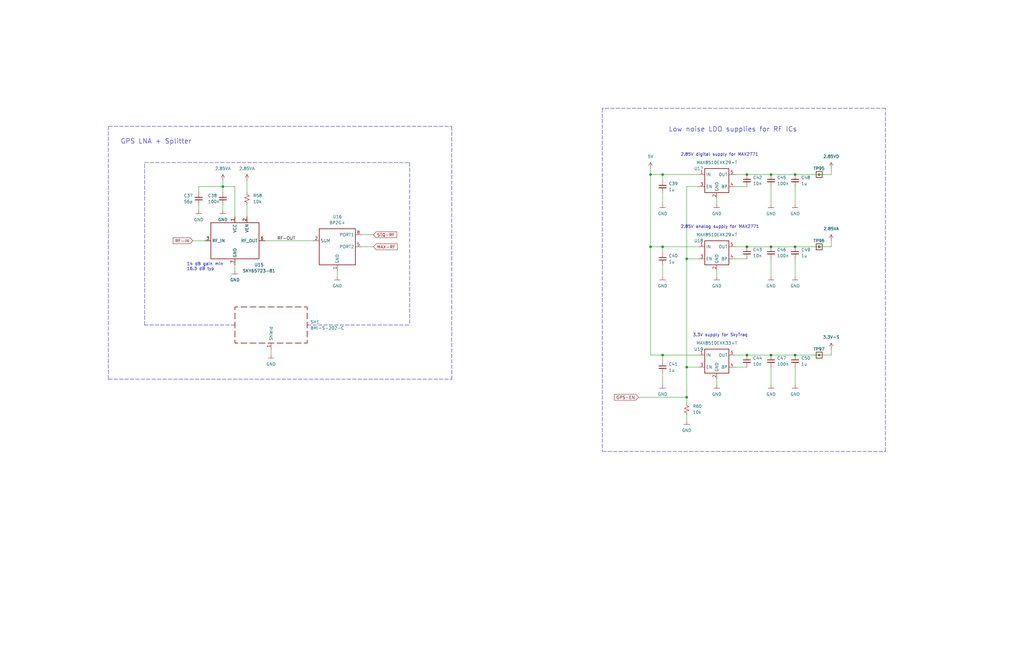
<source format=kicad_sch>
(kicad_sch (version 20211123) (generator eeschema)
  (paper "B")
  (lib_symbols
    (symbol "Device:C_Small" (pin_numbers hide) (pin_names (offset 0.254) hide)
      (property "Reference" "C" (at 0.254 1.778 0))
      (property "Value" "C_Small" (at 0.254 -2.032 0))
      (symbol "C_Small_0_1"
        (polyline (pts (xy -1.524 -0.508) (xy 1.524 -0.508)) (stroke (width 0.3302)))
        (polyline (pts (xy -1.524 0.508) (xy 1.524 0.508)) (stroke (width 0.3048)))
      )
      (symbol "C_Small_1_1"
        (pin passive line (at 0 2.54 270) (length 2.032) (name "~") (number "1"))
        (pin passive line (at 0 -2.54 90) (length 2.032) (name "~") (number "2"))
      )
    )
    (symbol "Device:RFShield_OnePiece" (pin_names (offset 1.016))
      (property "Reference" "J" (at 0 5.08 0))
      (property "Value" "RFShield_OnePiece" (at 0 2.54 0))
      (symbol "RFShield_OnePiece_0_1"
        (polyline (pts (xy -15.24 -5.08) (xy -15.24 -2.54)) (stroke (width 0.254)))
        (polyline (pts (xy -15.24 -1.27) (xy -15.24 1.27)) (stroke (width 0.254)))
        (polyline (pts (xy -15.24 2.54) (xy -15.24 5.08)) (stroke (width 0.254)))
        (polyline (pts (xy -12.7 7.62) (xy -10.16 7.62)) (stroke (width 0.254)))
        (polyline (pts (xy -10.16 -7.62) (xy -12.7 -7.62)) (stroke (width 0.254)))
        (polyline (pts (xy -6.35 -7.62) (xy -8.89 -7.62)) (stroke (width 0.254)))
        (polyline (pts (xy -6.35 7.62) (xy -8.89 7.62)) (stroke (width 0.254)))
        (polyline (pts (xy -2.54 -7.62) (xy -5.08 -7.62)) (stroke (width 0.254)))
        (polyline (pts (xy -2.54 7.62) (xy -5.08 7.62)) (stroke (width 0.254)))
        (polyline (pts (xy -1.27 -7.62) (xy 1.27 -7.62)) (stroke (width 0.254)))
        (polyline (pts (xy 1.27 7.62) (xy -1.27 7.62)) (stroke (width 0.254)))
        (polyline (pts (xy 2.54 -7.62) (xy 5.08 -7.62)) (stroke (width 0.254)))
        (polyline (pts (xy 5.08 7.62) (xy 2.54 7.62)) (stroke (width 0.254)))
        (polyline (pts (xy 6.35 -7.62) (xy 8.89 -7.62)) (stroke (width 0.254)))
        (polyline (pts (xy 8.89 7.62) (xy 6.35 7.62)) (stroke (width 0.254)))
        (polyline (pts (xy 10.16 -7.62) (xy 12.7 -7.62)) (stroke (width 0.254)))
        (polyline (pts (xy 12.7 7.62) (xy 10.16 7.62)) (stroke (width 0.254)))
        (polyline (pts (xy 15.24 -5.08) (xy 15.24 -2.54)) (stroke (width 0.254)))
        (polyline (pts (xy 15.24 -1.27) (xy 15.24 1.27)) (stroke (width 0.254)))
        (polyline (pts (xy 15.24 2.54) (xy 15.24 5.08)) (stroke (width 0.254)))
        (polyline (pts (xy -15.24 6.35) (xy -15.24 7.62) (xy -13.97 7.62)) (stroke (width 0.254)))
        (polyline (pts (xy -13.97 -7.62) (xy -15.24 -7.62) (xy -15.24 -6.35)) (stroke (width 0.254)))
        (polyline (pts (xy 13.97 -7.62) (xy 15.24 -7.62) (xy 15.24 -6.35)) (stroke (width 0.254)))
        (polyline (pts (xy 15.24 6.35) (xy 15.24 7.62) (xy 13.97 7.62)) (stroke (width 0.254)))
      )
      (symbol "RFShield_OnePiece_1_1"
        (pin passive line (at 0 -10.16 90) (length 2.54) (name "Shield") (number "1"))
      )
    )
    (symbol "Device:R_Small_US" (pin_numbers hide) (pin_names (offset 0.254) hide)
      (property "Reference" "R" (at 0.762 0.508 0))
      (property "Value" "R_Small_US" (at 0.762 -1.016 0))
      (symbol "R_Small_US_1_1"
        (polyline (pts (xy 0 0) (xy 1.016 -0.381) (xy 0 -0.762) (xy -1.016 -1.143) (xy 0 -1.524)))
        (polyline (pts (xy 0 1.524) (xy 1.016 1.143) (xy 0 0.762) (xy -1.016 0.381) (xy 0 0)))
        (pin passive line (at 0 2.54 270) (length 1.016) (name "~") (number "1"))
        (pin passive line (at 0 -2.54 90) (length 1.016) (name "~") (number "2"))
      )
    )
    (symbol "OreSat-Power:5V" (power) (pin_names (offset 0))
      (property "Value" "5V" (at 0 3.556 0))
      (symbol "5V_0_1"
        (polyline (pts (xy -0.762 1.27) (xy 0 2.54)))
        (polyline (pts (xy 0 0) (xy 0 2.54)))
        (polyline (pts (xy 0 2.54) (xy 0.762 1.27)))
      )
      (symbol "5V_1_1"
        (pin power_in line (at 0 0 90) (length 0) hide (name "5V") (number "1"))
      )
    )
    (symbol "OreSat-Power:GND" (power) (pin_names (offset 0))
      (property "Value" "GND" (at 0 -2.54 0))
      (symbol "GND_0_1"
        (polyline (pts (xy 0 0) (xy 0 -1.27) (xy 1.27 -1.27) (xy 0 -1.27) (xy -1.27 -1.27) (xy 0 -1.27)))
      )
      (symbol "GND_1_1"
        (pin power_in line (at 0 0 270) (length 0) hide (name "GND") (number "1"))
      )
    )
    (symbol "OreSat-TestPoint:Test-Point" (pin_numbers hide) (pin_names hide)
      (property "Reference" "TP" (at 0 2.54 0))
      (symbol "Test-Point_0_1"
        (rectangle (start -1.27 1.27) (end 1.27 -1.27) (stroke (width 0.254)))
      )
      (symbol "Test-Point_1_1"
        (pin passive line (at 0 0 90) (length 0) (name "") (number "1"))
      )
    )
    (symbol "U-Maxim-MAX8510EXK29+T-low-noise-LDO-2v85:MAX8510EXK29+T"
      (property "Reference" "U" (at 5.08 10.16 0))
      (property "Value" "MAX8510EXK29+T" (at -7.62 10.16 0))
      (symbol "MAX8510EXK29+T_0_1"
        (rectangle (start -5.08 5.08) (end 5.08 -5.08) (stroke (width 0.254)))
      )
      (symbol "MAX8510EXK29+T_1_0"
        (pin power_in line (at -7.62 2.54 0) (length 2.54) (name "IN") (number "1"))
        (pin power_in line (at 0 -7.62 90) (length 2.54) (name "GND") (number "2"))
        (pin input line (at -7.62 -2.54 0) (length 2.54) (name "EN") (number "3"))
        (pin passive line (at 7.62 -2.54 180) (length 2.54) (name "BP") (number "4"))
        (pin power_out line (at 7.62 2.54 180) (length 2.54) (name "OUT") (number "5"))
      )
    )
    (symbol "U-Minicircuits-BP2G+l-band-splitter:BP2G+"
      (property "Reference" "U" (at -6.35 10.16 0))
      (property "Value" "BP2G+" (at 5.08 10.16 0))
      (symbol "BP2G+_0_1"
        (rectangle (start -7.62 7.62) (end 7.62 -7.62) (stroke (width 0.254)))
      )
      (symbol "BP2G+_1_0"
        (pin power_in line (at 0 -10.16 90) (length 2.54) (name "GND") (number "1"))
        (pin input line (at -10.16 2.54 0) (length 2.54) (name "SUM") (number "2"))
        (pin passive line (at 0 -10.16 90) (length 2.54) hide (name "GND") (number "3"))
        (pin passive line (at 0 -10.16 90) (length 2.54) hide (name "GND") (number "4"))
        (pin output line (at 10.16 0 180) (length 2.54) (name "PORT2") (number "5"))
        (pin passive line (at 0 -10.16 90) (length 2.54) hide (name "GND") (number "6"))
        (pin passive line (at 0 -10.16 90) (length 2.54) hide (name "GND") (number "7"))
        (pin output line (at 10.16 5.08 180) (length 2.54) (name "PORT1") (number "8"))
      )
    )
    (symbol "U-Skyworks-SKY65723-81-gps-low-noise-amplifier-front-end:SKY65723-81"
      (property "Reference" "U" (at -5.08 11.43 0))
      (property "Value" "SKY65723-81" (at -8.89 8.89 0))
      (symbol "SKY65723-81_0_1"
        (rectangle (start -10.16 7.62) (end 10.16 -7.62) (stroke (width 0.254)))
      )
      (symbol "SKY65723-81_1_0"
        (pin power_in line (at 0 10.16 270) (length 2.54) (name "VCC") (number "1"))
        (pin input line (at 5.08 10.16 270) (length 2.54) (name "VEN") (number "2"))
        (pin input line (at -12.7 0 0) (length 2.54) (name "RF_IN") (number "3"))
        (pin output line (at 12.7 0 180) (length 2.54) (name "RF_OUT") (number "6"))
        (pin power_in line (at 0 -10.16 90) (length 2.54) (name "GND") (number "7"))
      )
    )
    (symbol "gps-power:2.85VA" (power) (in_bom no) (on_board no)
      (property "Value" "2.85VA" (at 0 5.08 0))
      (symbol "2.85VA_0_1"
        (polyline (pts (xy -0.762 1.27) (xy 0 2.54)))
        (polyline (pts (xy 0 0) (xy 0 2.54)))
        (polyline (pts (xy 0 2.54) (xy 0.762 1.27)))
      )
      (symbol "2.85VA_1_1"
        (pin power_in line (at 0 0 90) (length 2.54) hide (name "2.85VA") (number "1"))
      )
    )
    (symbol "gps-power:2.85VD" (power) (in_bom no) (on_board no)
      (property "Value" "2.85VD" (at 0 5.08 0))
      (symbol "2.85VD_0_1"
        (polyline (pts (xy -0.762 1.27) (xy 0 2.54)))
        (polyline (pts (xy 0 0) (xy 0 2.54)))
        (polyline (pts (xy 0 2.54) (xy 0.762 1.27)))
      )
      (symbol "2.85VD_1_1"
        (pin power_in line (at 0 0 90) (length 2.54) hide (name "2.85VD") (number "1"))
      )
    )
    (symbol "gps-power:3.3V-S" (power) (in_bom no) (on_board no)
      (property "Value" "3.3V-S" (at 0 5.08 0))
      (symbol "3.3V-S_0_1"
        (polyline (pts (xy -0.762 1.27) (xy 0 2.54)))
        (polyline (pts (xy 0 0) (xy 0 2.54)))
        (polyline (pts (xy 0 2.54) (xy 0.762 1.27)))
      )
      (symbol "3.3V-S_1_1"
        (pin power_in line (at 0 0 90) (length 2.54) hide (name "3.3V-S") (number "1"))
      )
    )
  )
  (junction (at 279.4 104.14))
  (junction (at 335.28 149.86))
  (junction (at 274.32 104.14))
  (junction (at 279.4 149.86))
  (junction (at 314.96 73.66))
  (junction (at 345.44 73.66))
  (junction (at 274.32 73.66))
  (junction (at 335.28 73.66))
  (junction (at 314.96 104.14))
  (junction (at 335.28 104.14))
  (junction (at 314.96 149.86))
  (junction (at 289.56 109.22))
  (junction (at 279.4 73.66))
  (junction (at 93.98 78.74))
  (junction (at 325.12 104.14))
  (junction (at 345.44 104.14))
  (junction (at 325.12 73.66))
  (junction (at 289.56 154.94))
  (junction (at 345.44 149.86))
  (junction (at 325.12 149.86))
  (junction (at 289.56 167.64))
  (wire (pts (xy 279.4 104.14) (xy 274.32 104.14)))
  (wire (pts (xy 274.32 73.66) (xy 274.32 71.12)))
  (wire (pts (xy 93.98 76.2) (xy 93.98 78.74)))
  (polyline (pts (xy 45.72 160.02) (xy 45.72 53.34)))
  (wire (pts (xy 93.98 78.74) (xy 99.06 78.74)))
  (polyline (pts (xy 129.54 137.16) (xy 172.72 137.16)))
  (wire (pts (xy 279.4 73.66) (xy 274.32 73.66)))
  (wire (pts (xy 279.4 111.76) (xy 279.4 116.84)))
  (wire (pts (xy 81.28 101.6) (xy 86.36 101.6)))
  (wire (pts (xy 274.32 104.14) (xy 274.32 149.86)))
  (wire (pts (xy 104.14 76.2) (xy 104.14 81.28)))
  (wire (pts (xy 289.56 154.94) (xy 289.56 167.64)))
  (wire (pts (xy 350.52 149.86) (xy 350.52 147.32)))
  (wire (pts (xy 325.12 78.74) (xy 325.12 86.36)))
  (wire (pts (xy 294.64 154.94) (xy 289.56 154.94)))
  (wire (pts (xy 142.24 114.3) (xy 142.24 116.84)))
  (wire (pts (xy 335.28 73.66) (xy 345.44 73.66)))
  (wire (pts (xy 335.28 78.74) (xy 335.28 86.36)))
  (wire (pts (xy 302.26 83.82) (xy 302.26 86.36)))
  (wire (pts (xy 309.88 109.22) (xy 314.96 109.22)))
  (wire (pts (xy 83.82 86.36) (xy 83.82 88.9)))
  (polyline (pts (xy 60.96 68.58) (xy 172.72 68.58)))
  (wire (pts (xy 309.88 104.14) (xy 314.96 104.14)))
  (wire (pts (xy 314.96 149.86) (xy 325.12 149.86)))
  (wire (pts (xy 350.52 73.66) (xy 350.52 71.12)))
  (polyline (pts (xy 99.06 137.16) (xy 60.96 137.16)))
  (wire (pts (xy 152.4 99.06) (xy 157.48 99.06)))
  (wire (pts (xy 309.88 154.94) (xy 314.96 154.94)))
  (polyline (pts (xy 373.38 190.5) (xy 373.38 45.72)))
  (wire (pts (xy 279.4 149.86) (xy 274.32 149.86)))
  (wire (pts (xy 294.64 109.22) (xy 289.56 109.22)))
  (wire (pts (xy 314.96 104.14) (xy 325.12 104.14)))
  (polyline (pts (xy 254 190.5) (xy 373.38 190.5)))
  (wire (pts (xy 335.28 109.22) (xy 335.28 116.84)))
  (polyline (pts (xy 60.96 137.16) (xy 60.96 68.58)))
  (wire (pts (xy 114.3 147.32) (xy 114.3 149.86)))
  (wire (pts (xy 325.12 109.22) (xy 325.12 116.84)))
  (wire (pts (xy 104.14 86.36) (xy 104.14 91.44)))
  (wire (pts (xy 93.98 78.74) (xy 93.98 81.28)))
  (wire (pts (xy 279.4 157.48) (xy 279.4 162.56)))
  (polyline (pts (xy 373.38 45.72) (xy 254 45.72)))
  (wire (pts (xy 325.12 104.14) (xy 335.28 104.14)))
  (wire (pts (xy 345.44 104.14) (xy 350.52 104.14)))
  (wire (pts (xy 83.82 81.28) (xy 83.82 78.74)))
  (wire (pts (xy 345.44 73.66) (xy 350.52 73.66)))
  (wire (pts (xy 279.4 73.66) (xy 294.64 73.66)))
  (wire (pts (xy 350.52 104.14) (xy 350.52 101.6)))
  (wire (pts (xy 274.32 73.66) (xy 274.32 104.14)))
  (polyline (pts (xy 190.5 53.34) (xy 190.5 160.02)))
  (wire (pts (xy 335.28 154.94) (xy 335.28 162.56)))
  (wire (pts (xy 99.06 111.76) (xy 99.06 114.3)))
  (wire (pts (xy 289.56 109.22) (xy 289.56 154.94)))
  (wire (pts (xy 279.4 81.28) (xy 279.4 86.36)))
  (wire (pts (xy 279.4 76.2) (xy 279.4 73.66)))
  (polyline (pts (xy 254 45.72) (xy 254 190.5)))
  (wire (pts (xy 345.44 149.86) (xy 350.52 149.86)))
  (wire (pts (xy 279.4 104.14) (xy 294.64 104.14)))
  (polyline (pts (xy 172.72 68.58) (xy 172.72 137.16)) (stroke (width 0) (type dash)))
  (wire (pts (xy 83.82 78.74) (xy 93.98 78.74)))
  (wire (pts (xy 279.4 152.4) (xy 279.4 149.86)))
  (wire (pts (xy 269.24 167.64) (xy 289.56 167.64)))
  (wire (pts (xy 279.4 106.68) (xy 279.4 104.14)))
  (polyline (pts (xy 45.72 160.02) (xy 190.5 160.02)))
  (wire (pts (xy 309.88 78.74) (xy 314.96 78.74)))
  (wire (pts (xy 302.26 160.02) (xy 302.26 162.56)))
  (wire (pts (xy 93.98 86.36) (xy 93.98 88.9)))
  (wire (pts (xy 289.56 109.22) (xy 289.56 78.74)))
  (wire (pts (xy 325.12 149.86) (xy 335.28 149.86)))
  (wire (pts (xy 279.4 149.86) (xy 294.64 149.86)))
  (wire (pts (xy 309.88 73.66) (xy 314.96 73.66)))
  (wire (pts (xy 302.26 114.3) (xy 302.26 116.84)))
  (wire (pts (xy 289.56 175.26) (xy 289.56 177.8)))
  (wire (pts (xy 111.76 101.6) (xy 132.08 101.6)))
  (wire (pts (xy 289.56 170.18) (xy 289.56 167.64)))
  (wire (pts (xy 335.28 149.86) (xy 345.44 149.86)))
  (wire (pts (xy 325.12 73.66) (xy 335.28 73.66)))
  (wire (pts (xy 289.56 78.74) (xy 294.64 78.74)))
  (wire (pts (xy 325.12 154.94) (xy 325.12 162.56)))
  (polyline (pts (xy 45.72 53.34) (xy 190.5 53.34)))
  (wire (pts (xy 99.06 78.74) (xy 99.06 91.44)))
  (wire (pts (xy 309.88 149.86) (xy 314.96 149.86)))
  (wire (pts (xy 314.96 73.66) (xy 325.12 73.66)))
  (wire (pts (xy 152.4 104.14) (xy 157.48 104.14)))
  (wire (pts (xy 335.28 104.14) (xy 345.44 104.14)))
  (text "3.3V supply for SkyTraq" (at 292.1 142.24 0) (effects (font (size 1.27 1.27)) (justify left bottom)))
  (text "2.85V digital supply for MAX2771" (at 287.02 66.04 0) (effects (font (size 1.27 1.27)) (justify left bottom)))
  (text "Low noise LDO supplies for RF ICs" (at 281.94 55.88 0) (effects (font (size 2.032 2.032)) (justify left bottom)))
  (text "2.85V analog supply for MAX2771" (at 287.02 96.52 0) (effects (font (size 1.27 1.27)) (justify left bottom)))
  (text "14 dB gain min\n16.3 dB typ" (at 78.74 114.3 0) (effects (font (size 1.27 1.27)) (justify left bottom)))
  (text "GPS LNA + Splitter" (at 50.8 60.96 0) (effects (font (size 2.032 2.032)) (justify left bottom)))
  (label "RF-OUT" (at 116.84 101.6 0))
  (global_label "MAX-RF" (shape input) (at 157.48 104.14 0) (property "Intersheet References" "${INTERSHEET_REFS}" (effects hide)))
  (global_label "RF-IN" (shape input) (at 81.28 101.6 180) (property "Intersheet References" "${INTERSHEET_REFS}" (effects hide)))
  (global_label "STQ-RF" (shape input) (at 157.48 99.06 0) (property "Intersheet References" "${INTERSHEET_REFS}" (effects hide)))
  (global_label "GPS-EN" (shape input) (at 269.24 167.64 180) (property "Intersheet References" "${INTERSHEET_REFS}" (effects hide)))
  (symbol (lib_id "OreSat-Power:GND") (at 325.12 162.56 0) (unit 1)
    (property "Reference" "#GND?" (effects hide))
    (property "Value" "GND" (at 325.12 166.37 0))
  )
  (symbol (lib_id "U-Minicircuits-BP2G+l-band-splitter:BP2G+") (at 142.24 104.14 0) (unit 1)
    (property "Reference" "U16" (at 142.24 91.44 0))
    (property "Value" "BP2G+" (at 142.24 93.98 0))
    (property "Footprint" "oresat-footprints:U-Minicircuits-BP2G+" (effects hide))
    (property "Datasheet" "https://www.minicircuits.com/pdfs/BP2G+.pdf" (effects hide))
  )
  (symbol (lib_id "Device:C_Small") (at 314.96 76.2 0) (unit 1)
    (property "Reference" "C42" (at 317.5 74.9362 0) (effects (justify left)))
    (property "Value" "10n" (at 317.5 77.4762 0) (effects (justify left)))
    (property "Footprint" "Capacitor_SMD:C_0603_1608Metric" (effects hide))
  )
  (symbol (lib_id "gps-power:2.85VD") (at 350.52 71.12 0) (unit 1) (in_bom no) (on_board no)
    (property "Reference" "#2V85D?" (effects hide))
    (property "Value" "2.85VD" (at 350.52 66.04 0))
  )
  (symbol (lib_id "OreSat-Power:GND") (at 83.82 88.9 0) (unit 1)
    (property "Reference" "#GND?" (effects hide))
    (property "Value" "GND" (at 83.82 92.71 0))
  )
  (symbol (lib_id "U-Maxim-MAX8510EXK29+T-low-noise-LDO-2v85:MAX8510EXK29+T") (at 302.26 106.68 0) (unit 1)
    (property "Reference" "U18" (at 294.64 101.6 0))
    (property "Value" "MAX8510EXK29+T" (at 302.26 99.06 0))
    (property "Footprint" "Package_TO_SOT_SMD:SOT-353_SC-70-5" (effects hide))
    (property "Datasheet" "https://datasheets.maximintegrated.com/en/ds/MAX8510-MAX8512.pdf" (effects hide))
  )
  (symbol (lib_id "Device:R_Small_US") (at 104.14 83.82 0) (unit 1)
    (property "Reference" "R58" (at 106.68 82.5499 0) (effects (justify left)))
    (property "Value" "10k" (at 106.68 85.0899 0) (effects (justify left)))
    (property "Footprint" "Resistor_SMD:R_0402_1005Metric" (effects hide))
  )
  (symbol (lib_id "OreSat-Power:GND") (at 99.06 114.3 0) (unit 1)
    (property "Reference" "#GND?" (effects hide))
    (property "Value" "GND" (at 99.06 118.11 0))
  )
  (symbol (lib_id "OreSat-Power:GND") (at 142.24 116.84 0) (unit 1)
    (property "Reference" "#GND?" (effects hide))
    (property "Value" "GND" (at 142.24 120.65 0))
  )
  (symbol (lib_id "Device:C_Small") (at 335.28 106.68 0) (unit 1)
    (property "Reference" "C49" (at 337.82 105.4162 0) (effects (justify left)))
    (property "Value" "1u" (at 337.82 107.9562 0) (effects (justify left)))
    (property "Footprint" "Capacitor_SMD:C_0603_1608Metric" (effects hide))
  )
  (symbol (lib_id "Device:C_Small") (at 83.82 83.82 0) (mirror y) (unit 1)
    (property "Reference" "C37" (at 77.47 82.55 0) (effects (justify right)))
    (property "Value" "56p" (at 77.47 85.09 0) (effects (justify right)))
    (property "Footprint" "Capacitor_SMD:C_0402_1005Metric" (effects hide))
  )
  (symbol (lib_id "U-Skyworks-SKY65723-81-gps-low-noise-amplifier-front-end:SKY65723-81") (at 99.06 101.6 0) (unit 1)
    (property "Reference" "U15" (at 109.22 111.76 0))
    (property "Value" "SKY65723-81" (at 109.22 114.3 0))
    (property "Footprint" "oresat-footprints:U-Skyworks-SKY65723-81-gps-lna" (effects hide))
    (property "Datasheet" "https://www.skyworksinc.com/-/media/SkyWorks/Documents/Products/2801-2900/SKY65723_81_203923G.pdf" (effects hide))
  )
  (symbol (lib_id "U-Maxim-MAX8510EXK29+T-low-noise-LDO-2v85:MAX8510EXK29+T") (at 302.26 76.2 0) (unit 1)
    (property "Reference" "U17" (at 294.64 71.12 0))
    (property "Value" "MAX8510EXK29+T" (at 302.26 68.58 0))
    (property "Footprint" "Package_TO_SOT_SMD:SOT-353_SC-70-5" (effects hide))
    (property "Datasheet" "https://datasheets.maximintegrated.com/en/ds/MAX8510-MAX8512.pdf" (effects hide))
  )
  (symbol (lib_id "gps-power:2.85VA") (at 93.98 76.2 0) (unit 1) (in_bom no) (on_board no)
    (property "Reference" "#2V85A?" (effects hide))
    (property "Value" "2.85VA" (at 93.98 71.12 0))
  )
  (symbol (lib_id "gps-power:3.3V-S") (at 350.52 147.32 0) (unit 1) (in_bom no) (on_board no)
    (property "Reference" "#3V3-S?" (effects hide))
    (property "Value" "3.3V-S" (at 350.52 142.24 0))
  )
  (symbol (lib_id "OreSat-Power:GND") (at 335.28 116.84 0) (unit 1)
    (property "Reference" "#GND?" (effects hide))
    (property "Value" "GND" (at 335.28 120.65 0))
  )
  (symbol (lib_id "OreSat-Power:GND") (at 114.3 149.86 0) (unit 1)
    (property "Reference" "#GND?" (effects hide))
    (property "Value" "GND" (at 114.3 153.67 0))
  )
  (symbol (lib_id "Device:C_Small") (at 279.4 78.74 0) (unit 1)
    (property "Reference" "C39" (at 281.94 77.4762 0) (effects (justify left)))
    (property "Value" "1u" (at 281.94 80.0162 0) (effects (justify left)))
    (property "Footprint" "Capacitor_SMD:C_0603_1608Metric" (effects hide))
  )
  (symbol (lib_id "Device:C_Small") (at 279.4 109.22 0) (unit 1)
    (property "Reference" "C40" (at 281.94 107.9562 0) (effects (justify left)))
    (property "Value" "1u" (at 281.94 110.4962 0) (effects (justify left)))
    (property "Footprint" "Capacitor_SMD:C_0603_1608Metric" (effects hide))
  )
  (symbol (lib_id "Device:RFShield_OnePiece") (at 114.3 137.16 0) (unit 1)
    (property "Reference" "SH1" (at 130.81 135.8899 0) (effects (justify left)))
    (property "Value" "BMI-S-202-C" (at 130.81 138.4299 0) (effects (justify left)))
    (property "Footprint" "RF_Shielding:Laird_Technologies_BMI-S-202-F_16.50x16.50mm" (effects hide))
  )
  (symbol (lib_id "OreSat-Power:GND") (at 335.28 86.36 0) (unit 1)
    (property "Reference" "#GND?" (effects hide))
    (property "Value" "GND" (at 335.28 90.17 0))
  )
  (symbol (lib_id "OreSat-TestPoint:Test-Point") (at 345.44 149.86 180) (unit 1)
    (property "Reference" "TP97" (at 342.9 147.32 0) (effects (justify right)))
    (property "Value" "Test-Point" (effects hide))
    (property "Footprint" "OreSat-TestPoint:PAD.03X.04" (effects hide))
  )
  (symbol (lib_id "OreSat-Power:GND") (at 93.98 88.9 0) (unit 1)
    (property "Reference" "#GND?" (effects hide))
    (property "Value" "GND" (at 93.98 92.71 0))
  )
  (symbol (lib_id "OreSat-Power:GND") (at 279.4 116.84 0) (unit 1)
    (property "Reference" "#GND?" (effects hide))
    (property "Value" "GND" (at 279.4 120.65 0))
  )
  (symbol (lib_id "U-Maxim-MAX8510EXK29+T-low-noise-LDO-2v85:MAX8510EXK29+T") (at 302.26 152.4 0) (unit 1)
    (property "Reference" "U19" (at 294.64 147.32 0))
    (property "Value" "MAX8510EXK33+T" (at 302.26 144.78 0))
    (property "Footprint" "Package_TO_SOT_SMD:SOT-353_SC-70-5" (effects hide))
    (property "Datasheet" "https://datasheets.maximintegrated.com/en/ds/MAX8510-MAX8512.pdf" (effects hide))
  )
  (symbol (lib_id "Device:C_Small") (at 325.12 152.4 0) (unit 1)
    (property "Reference" "C47" (at 327.66 151.1362 0) (effects (justify left)))
    (property "Value" "100n" (at 327.66 153.6762 0) (effects (justify left)))
    (property "Footprint" "Capacitor_SMD:C_0603_1608Metric" (effects hide))
  )
  (symbol (lib_id "Device:C_Small") (at 335.28 76.2 0) (unit 1)
    (property "Reference" "C48" (at 337.82 74.9362 0) (effects (justify left)))
    (property "Value" "1u" (at 337.82 77.4762 0) (effects (justify left)))
    (property "Footprint" "Capacitor_SMD:C_0603_1608Metric" (effects hide))
  )
  (symbol (lib_id "Device:C_Small") (at 93.98 83.82 0) (unit 1)
    (property "Reference" "C38" (at 87.63 82.55 0) (effects (justify left)))
    (property "Value" "100n" (at 87.63 85.09 0) (effects (justify left)))
    (property "Footprint" "Capacitor_SMD:C_0603_1608Metric" (effects hide))
  )
  (symbol (lib_id "OreSat-Power:GND") (at 302.26 116.84 0) (unit 1)
    (property "Reference" "#GND?" (effects hide))
    (property "Value" "GND" (at 302.26 120.65 0))
  )
  (symbol (lib_id "gps-power:2.85VA") (at 104.14 76.2 0) (unit 1) (in_bom no) (on_board no)
    (property "Reference" "#2V85A?" (effects hide))
    (property "Value" "2.85VA" (at 104.14 71.12 0))
  )
  (symbol (lib_id "Device:C_Small") (at 325.12 106.68 0) (unit 1)
    (property "Reference" "C46" (at 327.66 105.4162 0) (effects (justify left)))
    (property "Value" "100n" (at 327.66 107.9562 0) (effects (justify left)))
    (property "Footprint" "Capacitor_SMD:C_0603_1608Metric" (effects hide))
  )
  (symbol (lib_id "OreSat-TestPoint:Test-Point") (at 345.44 73.66 180) (unit 1)
    (property "Reference" "TP95" (at 342.9 71.12 0) (effects (justify right)))
    (property "Value" "Test-Point" (effects hide))
    (property "Footprint" "OreSat-TestPoint:PAD.03X.04" (effects hide))
  )
  (symbol (lib_id "gps-power:2.85VA") (at 350.52 101.6 0) (unit 1) (in_bom no) (on_board no)
    (property "Reference" "#2V85A?" (effects hide))
    (property "Value" "2.85VA" (at 350.52 96.52 0))
  )
  (symbol (lib_id "Device:C_Small") (at 314.96 106.68 0) (unit 1)
    (property "Reference" "C43" (at 317.5 105.4162 0) (effects (justify left)))
    (property "Value" "10n" (at 317.5 107.9562 0) (effects (justify left)))
    (property "Footprint" "Capacitor_SMD:C_0603_1608Metric" (effects hide))
  )
  (symbol (lib_id "OreSat-Power:GND") (at 325.12 86.36 0) (unit 1)
    (property "Reference" "#GND?" (effects hide))
    (property "Value" "GND" (at 325.12 90.17 0))
  )
  (symbol (lib_id "OreSat-TestPoint:Test-Point") (at 345.44 104.14 180) (unit 1)
    (property "Reference" "TP96" (at 342.9 101.6 0) (effects (justify right)))
    (property "Value" "Test-Point" (effects hide))
    (property "Footprint" "OreSat-TestPoint:PAD.03X.04" (effects hide))
  )
  (symbol (lib_id "Device:C_Small") (at 325.12 76.2 0) (unit 1)
    (property "Reference" "C45" (at 327.66 74.9362 0) (effects (justify left)))
    (property "Value" "100n" (at 327.66 77.4762 0) (effects (justify left)))
    (property "Footprint" "Capacitor_SMD:C_0603_1608Metric" (effects hide))
  )
  (symbol (lib_id "OreSat-Power:GND") (at 279.4 86.36 0) (unit 1)
    (property "Reference" "#GND?" (effects hide))
    (property "Value" "GND" (at 279.4 90.17 0))
  )
  (symbol (lib_id "OreSat-Power:GND") (at 279.4 162.56 0) (unit 1)
    (property "Reference" "#GND?" (effects hide))
    (property "Value" "GND" (at 279.4 166.37 0))
  )
  (symbol (lib_id "OreSat-Power:GND") (at 302.26 86.36 0) (unit 1)
    (property "Reference" "#GND?" (effects hide))
    (property "Value" "GND" (at 302.26 90.17 0))
  )
  (symbol (lib_id "OreSat-Power:5V") (at 274.32 71.12 0) (unit 1)
    (property "Reference" "#5V?" (effects hide))
    (property "Value" "5V" (at 274.32 66.04 0))
  )
  (symbol (lib_id "Device:C_Small") (at 279.4 154.94 0) (unit 1)
    (property "Reference" "C41" (at 281.94 153.6762 0) (effects (justify left)))
    (property "Value" "1u" (at 281.94 156.2162 0) (effects (justify left)))
    (property "Footprint" "Capacitor_SMD:C_0603_1608Metric" (effects hide))
  )
  (symbol (lib_id "OreSat-Power:GND") (at 335.28 162.56 0) (unit 1)
    (property "Reference" "#GND?" (effects hide))
    (property "Value" "GND" (at 335.28 166.37 0))
  )
  (symbol (lib_id "Device:C_Small") (at 335.28 152.4 0) (unit 1)
    (property "Reference" "C50" (at 337.82 151.1362 0) (effects (justify left)))
    (property "Value" "1u" (at 337.82 153.6762 0) (effects (justify left)))
    (property "Footprint" "Capacitor_SMD:C_0603_1608Metric" (effects hide))
  )
  (symbol (lib_id "OreSat-Power:GND") (at 289.56 177.8 0) (unit 1)
    (property "Reference" "#GND?" (effects hide))
    (property "Value" "GND" (at 289.56 181.61 0))
  )
  (symbol (lib_id "Device:C_Small") (at 314.96 152.4 0) (unit 1)
    (property "Reference" "C44" (at 317.5 151.1362 0) (effects (justify left)))
    (property "Value" "10n" (at 317.5 153.6762 0) (effects (justify left)))
    (property "Footprint" "Capacitor_SMD:C_0603_1608Metric" (effects hide))
  )
  (symbol (lib_id "Device:R_Small_US") (at 289.56 172.72 0) (unit 1)
    (property "Reference" "R60" (at 292.1 171.4499 0) (effects (justify left)))
    (property "Value" "10k" (at 292.1 173.9899 0) (effects (justify left)))
    (property "Footprint" "Resistor_SMD:R_0603_1608Metric" (effects hide))
  )
  (symbol (lib_id "OreSat-Power:GND") (at 325.12 116.84 0) (unit 1)
    (property "Reference" "#GND?" (effects hide))
    (property "Value" "GND" (at 325.12 120.65 0))
  )
  (symbol (lib_id "OreSat-Power:GND") (at 302.26 162.56 0) (unit 1)
    (property "Reference" "#GND?" (effects hide))
    (property "Value" "GND" (at 302.26 166.37 0))
  )
)
</source>
